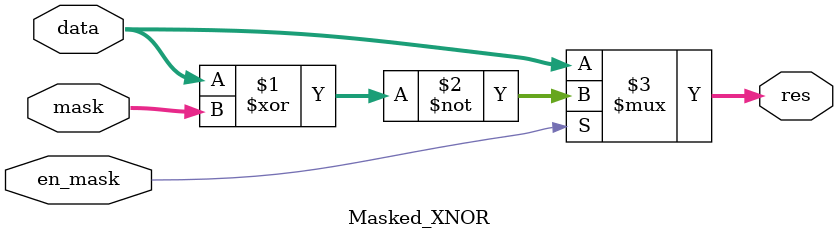
<source format=sv>
module Masked_XNOR(
    input en_mask,
    input [3:0] mask, data,
    output [3:0] res
);
    assign res = en_mask ? ~(data ^ mask) : data;
endmodule

</source>
